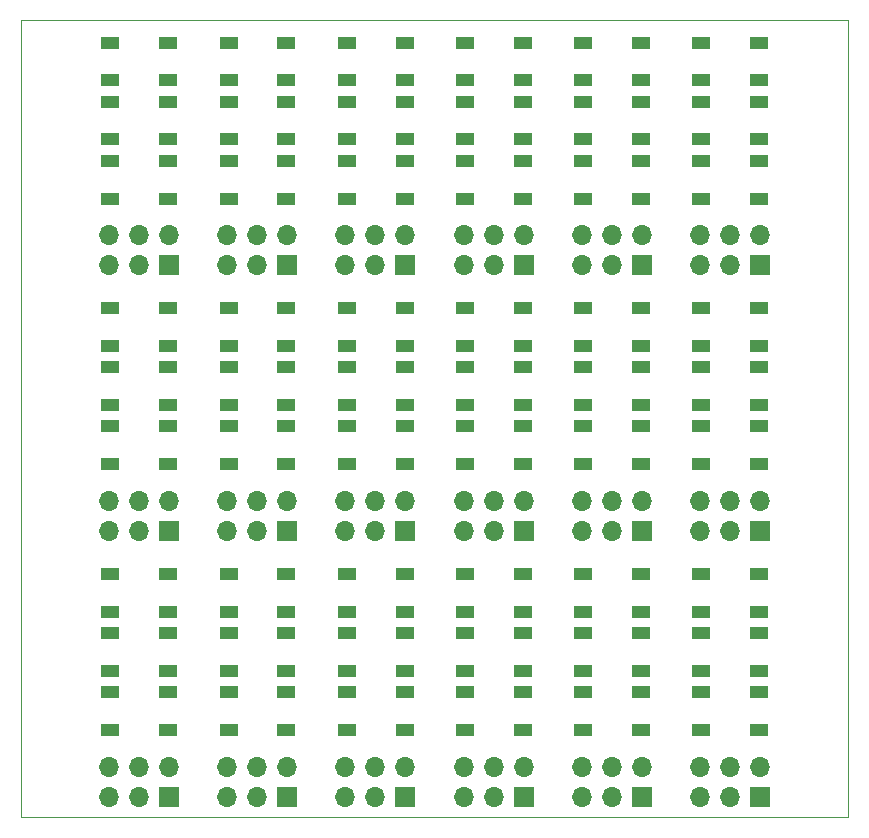
<source format=gbr>
G04 #@! TF.GenerationSoftware,KiCad,Pcbnew,5.1.10-88a1d61d58~90~ubuntu21.04.1*
G04 #@! TF.CreationDate,2021-10-15T09:48:59+02:00*
G04 #@! TF.ProjectId,IndicatorLeds,496e6469-6361-4746-9f72-4c6564732e6b,rev?*
G04 #@! TF.SameCoordinates,Original*
G04 #@! TF.FileFunction,Soldermask,Top*
G04 #@! TF.FilePolarity,Negative*
%FSLAX46Y46*%
G04 Gerber Fmt 4.6, Leading zero omitted, Abs format (unit mm)*
G04 Created by KiCad (PCBNEW 5.1.10-88a1d61d58~90~ubuntu21.04.1) date 2021-10-15 09:48:59*
%MOMM*%
%LPD*%
G01*
G04 APERTURE LIST*
G04 #@! TA.AperFunction,Profile*
%ADD10C,0.100000*%
G04 #@! TD*
%ADD11R,1.700000X1.700000*%
%ADD12O,1.700000X1.700000*%
%ADD13R,1.500000X1.000000*%
G04 APERTURE END LIST*
D10*
X45000000Y-49999000D02*
X110000000Y-49999000D01*
X45000000Y-117501000D02*
X45000000Y-49999000D01*
X115001000Y-117501000D02*
X45000000Y-117501000D01*
X115001000Y-49999000D02*
X115001000Y-117501000D01*
X110000000Y-49999000D02*
X115001000Y-49999000D01*
D11*
G04 #@! TO.C,J1*
X107529026Y-115761011D03*
D12*
X107529026Y-113221011D03*
X104989026Y-115761011D03*
X104989026Y-113221011D03*
X102449026Y-115761011D03*
X102449026Y-113221011D03*
G04 #@! TD*
D13*
G04 #@! TO.C,D1*
X107450026Y-110100011D03*
X107450026Y-106900011D03*
X102550026Y-110100011D03*
X102550026Y-106900011D03*
G04 #@! TD*
G04 #@! TO.C,D2*
X107450026Y-105100011D03*
X107450026Y-101900011D03*
X102550026Y-105100011D03*
X102550026Y-101900011D03*
G04 #@! TD*
G04 #@! TO.C,D3*
X107450026Y-100100011D03*
X107450026Y-96900011D03*
X102550026Y-100100011D03*
X102550026Y-96900011D03*
G04 #@! TD*
D11*
G04 #@! TO.C,J1*
X97529021Y-115761011D03*
D12*
X97529021Y-113221011D03*
X94989021Y-115761011D03*
X94989021Y-113221011D03*
X92449021Y-115761011D03*
X92449021Y-113221011D03*
G04 #@! TD*
D13*
G04 #@! TO.C,D1*
X97450021Y-110100011D03*
X97450021Y-106900011D03*
X92550021Y-110100011D03*
X92550021Y-106900011D03*
G04 #@! TD*
G04 #@! TO.C,D2*
X97450021Y-105100011D03*
X97450021Y-101900011D03*
X92550021Y-105100011D03*
X92550021Y-101900011D03*
G04 #@! TD*
G04 #@! TO.C,D3*
X97450021Y-100100011D03*
X97450021Y-96900011D03*
X92550021Y-100100011D03*
X92550021Y-96900011D03*
G04 #@! TD*
D11*
G04 #@! TO.C,J1*
X87529016Y-115761011D03*
D12*
X87529016Y-113221011D03*
X84989016Y-115761011D03*
X84989016Y-113221011D03*
X82449016Y-115761011D03*
X82449016Y-113221011D03*
G04 #@! TD*
D13*
G04 #@! TO.C,D1*
X87450016Y-110100011D03*
X87450016Y-106900011D03*
X82550016Y-110100011D03*
X82550016Y-106900011D03*
G04 #@! TD*
G04 #@! TO.C,D2*
X87450016Y-105100011D03*
X87450016Y-101900011D03*
X82550016Y-105100011D03*
X82550016Y-101900011D03*
G04 #@! TD*
G04 #@! TO.C,D3*
X87450016Y-100100011D03*
X87450016Y-96900011D03*
X82550016Y-100100011D03*
X82550016Y-96900011D03*
G04 #@! TD*
D11*
G04 #@! TO.C,J1*
X77529011Y-115761011D03*
D12*
X77529011Y-113221011D03*
X74989011Y-115761011D03*
X74989011Y-113221011D03*
X72449011Y-115761011D03*
X72449011Y-113221011D03*
G04 #@! TD*
D13*
G04 #@! TO.C,D1*
X77450011Y-110100011D03*
X77450011Y-106900011D03*
X72550011Y-110100011D03*
X72550011Y-106900011D03*
G04 #@! TD*
G04 #@! TO.C,D2*
X77450011Y-105100011D03*
X77450011Y-101900011D03*
X72550011Y-105100011D03*
X72550011Y-101900011D03*
G04 #@! TD*
G04 #@! TO.C,D3*
X77450011Y-100100011D03*
X77450011Y-96900011D03*
X72550011Y-100100011D03*
X72550011Y-96900011D03*
G04 #@! TD*
D11*
G04 #@! TO.C,J1*
X67529006Y-115761011D03*
D12*
X67529006Y-113221011D03*
X64989006Y-115761011D03*
X64989006Y-113221011D03*
X62449006Y-115761011D03*
X62449006Y-113221011D03*
G04 #@! TD*
D13*
G04 #@! TO.C,D1*
X67450006Y-110100011D03*
X67450006Y-106900011D03*
X62550006Y-110100011D03*
X62550006Y-106900011D03*
G04 #@! TD*
G04 #@! TO.C,D2*
X67450006Y-105100011D03*
X67450006Y-101900011D03*
X62550006Y-105100011D03*
X62550006Y-101900011D03*
G04 #@! TD*
G04 #@! TO.C,D3*
X67450006Y-100100011D03*
X67450006Y-96900011D03*
X62550006Y-100100011D03*
X62550006Y-96900011D03*
G04 #@! TD*
D11*
G04 #@! TO.C,J1*
X57529001Y-115761011D03*
D12*
X57529001Y-113221011D03*
X54989001Y-115761011D03*
X54989001Y-113221011D03*
X52449001Y-115761011D03*
X52449001Y-113221011D03*
G04 #@! TD*
D13*
G04 #@! TO.C,D1*
X57450001Y-110100011D03*
X57450001Y-106900011D03*
X52550001Y-110100011D03*
X52550001Y-106900011D03*
G04 #@! TD*
G04 #@! TO.C,D2*
X57450001Y-105100011D03*
X57450001Y-101900011D03*
X52550001Y-105100011D03*
X52550001Y-101900011D03*
G04 #@! TD*
G04 #@! TO.C,D3*
X57450001Y-100100011D03*
X57450001Y-96900011D03*
X52550001Y-100100011D03*
X52550001Y-96900011D03*
G04 #@! TD*
D11*
G04 #@! TO.C,J1*
X107529026Y-93261006D03*
D12*
X107529026Y-90721006D03*
X104989026Y-93261006D03*
X104989026Y-90721006D03*
X102449026Y-93261006D03*
X102449026Y-90721006D03*
G04 #@! TD*
D13*
G04 #@! TO.C,D1*
X107450026Y-87600006D03*
X107450026Y-84400006D03*
X102550026Y-87600006D03*
X102550026Y-84400006D03*
G04 #@! TD*
G04 #@! TO.C,D2*
X107450026Y-82600006D03*
X107450026Y-79400006D03*
X102550026Y-82600006D03*
X102550026Y-79400006D03*
G04 #@! TD*
G04 #@! TO.C,D3*
X107450026Y-77600006D03*
X107450026Y-74400006D03*
X102550026Y-77600006D03*
X102550026Y-74400006D03*
G04 #@! TD*
D11*
G04 #@! TO.C,J1*
X97529021Y-93261006D03*
D12*
X97529021Y-90721006D03*
X94989021Y-93261006D03*
X94989021Y-90721006D03*
X92449021Y-93261006D03*
X92449021Y-90721006D03*
G04 #@! TD*
D13*
G04 #@! TO.C,D1*
X97450021Y-87600006D03*
X97450021Y-84400006D03*
X92550021Y-87600006D03*
X92550021Y-84400006D03*
G04 #@! TD*
G04 #@! TO.C,D2*
X97450021Y-82600006D03*
X97450021Y-79400006D03*
X92550021Y-82600006D03*
X92550021Y-79400006D03*
G04 #@! TD*
G04 #@! TO.C,D3*
X97450021Y-77600006D03*
X97450021Y-74400006D03*
X92550021Y-77600006D03*
X92550021Y-74400006D03*
G04 #@! TD*
D11*
G04 #@! TO.C,J1*
X87529016Y-93261006D03*
D12*
X87529016Y-90721006D03*
X84989016Y-93261006D03*
X84989016Y-90721006D03*
X82449016Y-93261006D03*
X82449016Y-90721006D03*
G04 #@! TD*
D13*
G04 #@! TO.C,D1*
X87450016Y-87600006D03*
X87450016Y-84400006D03*
X82550016Y-87600006D03*
X82550016Y-84400006D03*
G04 #@! TD*
G04 #@! TO.C,D2*
X87450016Y-82600006D03*
X87450016Y-79400006D03*
X82550016Y-82600006D03*
X82550016Y-79400006D03*
G04 #@! TD*
G04 #@! TO.C,D3*
X87450016Y-77600006D03*
X87450016Y-74400006D03*
X82550016Y-77600006D03*
X82550016Y-74400006D03*
G04 #@! TD*
D11*
G04 #@! TO.C,J1*
X77529011Y-93261006D03*
D12*
X77529011Y-90721006D03*
X74989011Y-93261006D03*
X74989011Y-90721006D03*
X72449011Y-93261006D03*
X72449011Y-90721006D03*
G04 #@! TD*
D13*
G04 #@! TO.C,D1*
X77450011Y-87600006D03*
X77450011Y-84400006D03*
X72550011Y-87600006D03*
X72550011Y-84400006D03*
G04 #@! TD*
G04 #@! TO.C,D2*
X77450011Y-82600006D03*
X77450011Y-79400006D03*
X72550011Y-82600006D03*
X72550011Y-79400006D03*
G04 #@! TD*
G04 #@! TO.C,D3*
X77450011Y-77600006D03*
X77450011Y-74400006D03*
X72550011Y-77600006D03*
X72550011Y-74400006D03*
G04 #@! TD*
D11*
G04 #@! TO.C,J1*
X67529006Y-93261006D03*
D12*
X67529006Y-90721006D03*
X64989006Y-93261006D03*
X64989006Y-90721006D03*
X62449006Y-93261006D03*
X62449006Y-90721006D03*
G04 #@! TD*
D13*
G04 #@! TO.C,D1*
X67450006Y-87600006D03*
X67450006Y-84400006D03*
X62550006Y-87600006D03*
X62550006Y-84400006D03*
G04 #@! TD*
G04 #@! TO.C,D2*
X67450006Y-82600006D03*
X67450006Y-79400006D03*
X62550006Y-82600006D03*
X62550006Y-79400006D03*
G04 #@! TD*
G04 #@! TO.C,D3*
X67450006Y-77600006D03*
X67450006Y-74400006D03*
X62550006Y-77600006D03*
X62550006Y-74400006D03*
G04 #@! TD*
D11*
G04 #@! TO.C,J1*
X57529001Y-93261006D03*
D12*
X57529001Y-90721006D03*
X54989001Y-93261006D03*
X54989001Y-90721006D03*
X52449001Y-93261006D03*
X52449001Y-90721006D03*
G04 #@! TD*
D13*
G04 #@! TO.C,D1*
X57450001Y-87600006D03*
X57450001Y-84400006D03*
X52550001Y-87600006D03*
X52550001Y-84400006D03*
G04 #@! TD*
G04 #@! TO.C,D2*
X57450001Y-82600006D03*
X57450001Y-79400006D03*
X52550001Y-82600006D03*
X52550001Y-79400006D03*
G04 #@! TD*
G04 #@! TO.C,D3*
X57450001Y-77600006D03*
X57450001Y-74400006D03*
X52550001Y-77600006D03*
X52550001Y-74400006D03*
G04 #@! TD*
D11*
G04 #@! TO.C,J1*
X107529026Y-70761001D03*
D12*
X107529026Y-68221001D03*
X104989026Y-70761001D03*
X104989026Y-68221001D03*
X102449026Y-70761001D03*
X102449026Y-68221001D03*
G04 #@! TD*
D13*
G04 #@! TO.C,D1*
X107450026Y-65100001D03*
X107450026Y-61900001D03*
X102550026Y-65100001D03*
X102550026Y-61900001D03*
G04 #@! TD*
G04 #@! TO.C,D2*
X107450026Y-60100001D03*
X107450026Y-56900001D03*
X102550026Y-60100001D03*
X102550026Y-56900001D03*
G04 #@! TD*
G04 #@! TO.C,D3*
X107450026Y-55100001D03*
X107450026Y-51900001D03*
X102550026Y-55100001D03*
X102550026Y-51900001D03*
G04 #@! TD*
D11*
G04 #@! TO.C,J1*
X97529021Y-70761001D03*
D12*
X97529021Y-68221001D03*
X94989021Y-70761001D03*
X94989021Y-68221001D03*
X92449021Y-70761001D03*
X92449021Y-68221001D03*
G04 #@! TD*
D13*
G04 #@! TO.C,D1*
X97450021Y-65100001D03*
X97450021Y-61900001D03*
X92550021Y-65100001D03*
X92550021Y-61900001D03*
G04 #@! TD*
G04 #@! TO.C,D2*
X97450021Y-60100001D03*
X97450021Y-56900001D03*
X92550021Y-60100001D03*
X92550021Y-56900001D03*
G04 #@! TD*
G04 #@! TO.C,D3*
X97450021Y-55100001D03*
X97450021Y-51900001D03*
X92550021Y-55100001D03*
X92550021Y-51900001D03*
G04 #@! TD*
D11*
G04 #@! TO.C,J1*
X87529016Y-70761001D03*
D12*
X87529016Y-68221001D03*
X84989016Y-70761001D03*
X84989016Y-68221001D03*
X82449016Y-70761001D03*
X82449016Y-68221001D03*
G04 #@! TD*
D13*
G04 #@! TO.C,D1*
X87450016Y-65100001D03*
X87450016Y-61900001D03*
X82550016Y-65100001D03*
X82550016Y-61900001D03*
G04 #@! TD*
G04 #@! TO.C,D2*
X87450016Y-60100001D03*
X87450016Y-56900001D03*
X82550016Y-60100001D03*
X82550016Y-56900001D03*
G04 #@! TD*
G04 #@! TO.C,D3*
X87450016Y-55100001D03*
X87450016Y-51900001D03*
X82550016Y-55100001D03*
X82550016Y-51900001D03*
G04 #@! TD*
D11*
G04 #@! TO.C,J1*
X77529011Y-70761001D03*
D12*
X77529011Y-68221001D03*
X74989011Y-70761001D03*
X74989011Y-68221001D03*
X72449011Y-70761001D03*
X72449011Y-68221001D03*
G04 #@! TD*
D13*
G04 #@! TO.C,D1*
X77450011Y-65100001D03*
X77450011Y-61900001D03*
X72550011Y-65100001D03*
X72550011Y-61900001D03*
G04 #@! TD*
G04 #@! TO.C,D2*
X77450011Y-60100001D03*
X77450011Y-56900001D03*
X72550011Y-60100001D03*
X72550011Y-56900001D03*
G04 #@! TD*
G04 #@! TO.C,D3*
X77450011Y-55100001D03*
X77450011Y-51900001D03*
X72550011Y-55100001D03*
X72550011Y-51900001D03*
G04 #@! TD*
D11*
G04 #@! TO.C,J1*
X67529006Y-70761001D03*
D12*
X67529006Y-68221001D03*
X64989006Y-70761001D03*
X64989006Y-68221001D03*
X62449006Y-70761001D03*
X62449006Y-68221001D03*
G04 #@! TD*
D13*
G04 #@! TO.C,D1*
X67450006Y-65100001D03*
X67450006Y-61900001D03*
X62550006Y-65100001D03*
X62550006Y-61900001D03*
G04 #@! TD*
G04 #@! TO.C,D2*
X67450006Y-60100001D03*
X67450006Y-56900001D03*
X62550006Y-60100001D03*
X62550006Y-56900001D03*
G04 #@! TD*
G04 #@! TO.C,D3*
X67450006Y-55100001D03*
X67450006Y-51900001D03*
X62550006Y-55100001D03*
X62550006Y-51900001D03*
G04 #@! TD*
D11*
G04 #@! TO.C,J1*
X57529001Y-70761001D03*
D12*
X57529001Y-68221001D03*
X54989001Y-70761001D03*
X54989001Y-68221001D03*
X52449001Y-70761001D03*
X52449001Y-68221001D03*
G04 #@! TD*
D13*
G04 #@! TO.C,D1*
X57450001Y-65100001D03*
X57450001Y-61900001D03*
X52550001Y-65100001D03*
X52550001Y-61900001D03*
G04 #@! TD*
G04 #@! TO.C,D2*
X57450001Y-60100001D03*
X57450001Y-56900001D03*
X52550001Y-60100001D03*
X52550001Y-56900001D03*
G04 #@! TD*
G04 #@! TO.C,D3*
X57450001Y-55100001D03*
X57450001Y-51900001D03*
X52550001Y-55100001D03*
X52550001Y-51900001D03*
G04 #@! TD*
M02*

</source>
